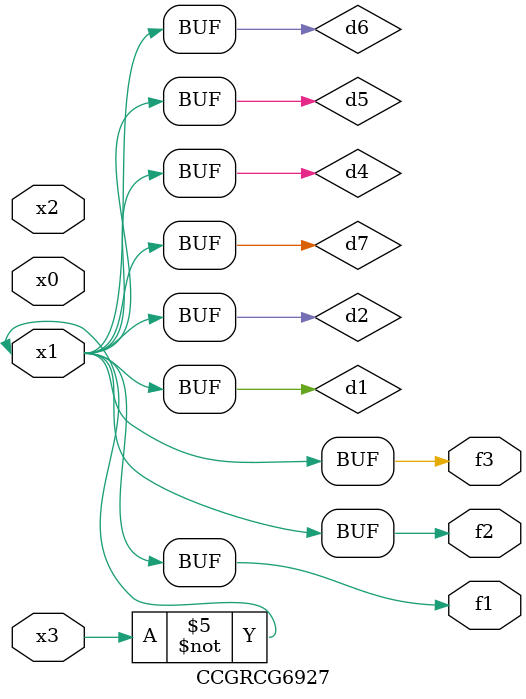
<source format=v>
module CCGRCG6927(
	input x0, x1, x2, x3,
	output f1, f2, f3
);

	wire d1, d2, d3, d4, d5, d6, d7;

	not (d1, x3);
	buf (d2, x1);
	xnor (d3, d1, d2);
	nor (d4, d1);
	buf (d5, d1, d2);
	buf (d6, d4, d5);
	nand (d7, d4);
	assign f1 = d6;
	assign f2 = d7;
	assign f3 = d6;
endmodule

</source>
